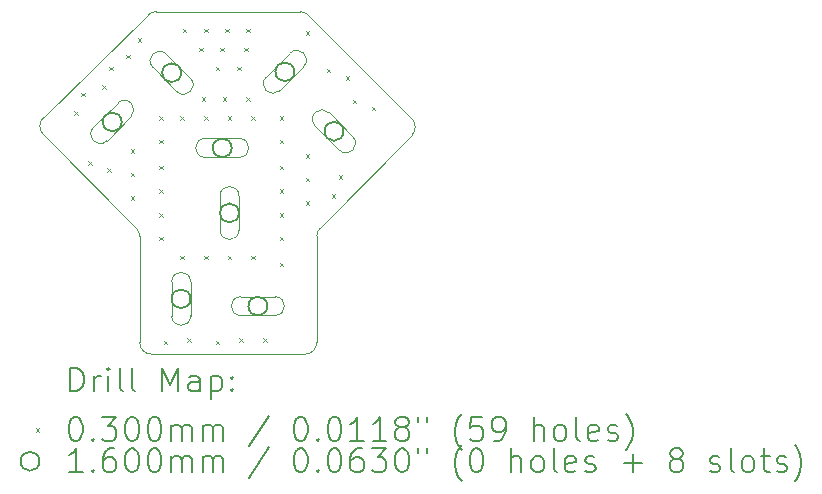
<source format=gbr>
%TF.GenerationSoftware,KiCad,Pcbnew,8.0.7*%
%TF.CreationDate,2025-04-20T00:49:34-04:00*%
%TF.ProjectId,1M_3F,314d5f33-462e-46b6-9963-61645f706362,rev?*%
%TF.SameCoordinates,Original*%
%TF.FileFunction,Drillmap*%
%TF.FilePolarity,Positive*%
%FSLAX45Y45*%
G04 Gerber Fmt 4.5, Leading zero omitted, Abs format (unit mm)*
G04 Created by KiCad (PCBNEW 8.0.7) date 2025-04-20 00:49:34*
%MOMM*%
%LPD*%
G01*
G04 APERTURE LIST*
%ADD10C,0.050000*%
%ADD11C,0.200000*%
%ADD12C,0.100000*%
%ADD13C,0.160000*%
G04 APERTURE END LIST*
D10*
X10800000Y-6160000D02*
G75*
G02*
X10700000Y-6260000I-100000J0D01*
G01*
X9400000Y-6260000D02*
G75*
G02*
X9300000Y-6160000I0J100000D01*
G01*
X10658579Y-3360000D02*
G75*
G02*
X10729288Y-3389291I1J-99990D01*
G01*
X9270909Y-5190745D02*
X8483537Y-4398937D01*
X10828889Y-5190781D02*
X11605091Y-4405708D01*
X9370840Y-3388570D02*
X8484462Y-4256995D01*
X9300000Y-5261257D02*
X9300000Y-6160000D01*
X10700000Y-6260000D02*
X9400000Y-6260000D01*
X8483537Y-4398937D02*
G75*
G02*
X8484467Y-4257000I70923J70507D01*
G01*
X11604690Y-4264690D02*
G75*
G02*
X11605090Y-4405708I-70710J-70710D01*
G01*
X9370840Y-3388570D02*
G75*
G02*
X9440823Y-3360002I69980J-71430D01*
G01*
X9440823Y-3360000D02*
X10658579Y-3360000D01*
X10800000Y-5261089D02*
X10800000Y-6160000D01*
X9270909Y-5190745D02*
G75*
G02*
X9299998Y-5261257I-70899J-70505D01*
G01*
X10800000Y-5261089D02*
G75*
G02*
X10828889Y-5190782I100000J-1D01*
G01*
X10729289Y-3389289D02*
X11604690Y-4264690D01*
D11*
D12*
X8745000Y-4205000D02*
X8775000Y-4235000D01*
X8775000Y-4205000D02*
X8745000Y-4235000D01*
X8805000Y-4045000D02*
X8835000Y-4075000D01*
X8835000Y-4045000D02*
X8805000Y-4075000D01*
X8865000Y-4625000D02*
X8895000Y-4655000D01*
X8895000Y-4625000D02*
X8865000Y-4655000D01*
X8985000Y-3985000D02*
X9015000Y-4015000D01*
X9015000Y-3985000D02*
X8985000Y-4015000D01*
X9025000Y-4685000D02*
X9055000Y-4715000D01*
X9055000Y-4685000D02*
X9025000Y-4715000D01*
X9045000Y-3825000D02*
X9075000Y-3855000D01*
X9075000Y-3825000D02*
X9045000Y-3855000D01*
X9185000Y-3725000D02*
X9215000Y-3755000D01*
X9215000Y-3725000D02*
X9185000Y-3755000D01*
X9225000Y-4525000D02*
X9255000Y-4555000D01*
X9255000Y-4525000D02*
X9225000Y-4555000D01*
X9225000Y-4725000D02*
X9255000Y-4755000D01*
X9255000Y-4725000D02*
X9225000Y-4755000D01*
X9225000Y-4925000D02*
X9255000Y-4955000D01*
X9255000Y-4925000D02*
X9225000Y-4955000D01*
X9285000Y-3585000D02*
X9315000Y-3615000D01*
X9315000Y-3585000D02*
X9285000Y-3615000D01*
X9465000Y-4245000D02*
X9495000Y-4275000D01*
X9495000Y-4245000D02*
X9465000Y-4275000D01*
X9465000Y-4445000D02*
X9495000Y-4475000D01*
X9495000Y-4445000D02*
X9465000Y-4475000D01*
X9465000Y-4665000D02*
X9495000Y-4695000D01*
X9495000Y-4665000D02*
X9465000Y-4695000D01*
X9465000Y-4865000D02*
X9495000Y-4895000D01*
X9495000Y-4865000D02*
X9465000Y-4895000D01*
X9465000Y-5065000D02*
X9495000Y-5095000D01*
X9495000Y-5065000D02*
X9465000Y-5095000D01*
X9465000Y-5265000D02*
X9495000Y-5295000D01*
X9495000Y-5265000D02*
X9465000Y-5295000D01*
X9505000Y-6145000D02*
X9535000Y-6175000D01*
X9535000Y-6145000D02*
X9505000Y-6175000D01*
X9645000Y-4245000D02*
X9675000Y-4275000D01*
X9675000Y-4245000D02*
X9645000Y-4275000D01*
X9645000Y-5425000D02*
X9675000Y-5455000D01*
X9675000Y-5425000D02*
X9645000Y-5455000D01*
X9665000Y-3505000D02*
X9695000Y-3535000D01*
X9695000Y-3505000D02*
X9665000Y-3535000D01*
X9705000Y-6125000D02*
X9735000Y-6155000D01*
X9735000Y-6125000D02*
X9705000Y-6155000D01*
X9805000Y-3665000D02*
X9835000Y-3695000D01*
X9835000Y-3665000D02*
X9805000Y-3695000D01*
X9825000Y-4085000D02*
X9855000Y-4115000D01*
X9855000Y-4085000D02*
X9825000Y-4115000D01*
X9845000Y-3505000D02*
X9875000Y-3535000D01*
X9875000Y-3505000D02*
X9845000Y-3535000D01*
X9845000Y-4245000D02*
X9875000Y-4275000D01*
X9875000Y-4245000D02*
X9845000Y-4275000D01*
X9845000Y-5425000D02*
X9875000Y-5455000D01*
X9875000Y-5425000D02*
X9845000Y-5455000D01*
X9945000Y-3825000D02*
X9975000Y-3855000D01*
X9975000Y-3825000D02*
X9945000Y-3855000D01*
X9945000Y-6145000D02*
X9975000Y-6175000D01*
X9975000Y-6145000D02*
X9945000Y-6175000D01*
X9985000Y-3665000D02*
X10015000Y-3695000D01*
X10015000Y-3665000D02*
X9985000Y-3695000D01*
X10005000Y-4085000D02*
X10035000Y-4115000D01*
X10035000Y-4085000D02*
X10005000Y-4115000D01*
X10025000Y-3505000D02*
X10055000Y-3535000D01*
X10055000Y-3505000D02*
X10025000Y-3535000D01*
X10045000Y-4245000D02*
X10075000Y-4275000D01*
X10075000Y-4245000D02*
X10045000Y-4275000D01*
X10045000Y-5425000D02*
X10075000Y-5455000D01*
X10075000Y-5425000D02*
X10045000Y-5455000D01*
X10125000Y-3825000D02*
X10155000Y-3855000D01*
X10155000Y-3825000D02*
X10125000Y-3855000D01*
X10145000Y-6125000D02*
X10175000Y-6155000D01*
X10175000Y-6125000D02*
X10145000Y-6155000D01*
X10185000Y-3665000D02*
X10215000Y-3695000D01*
X10215000Y-3665000D02*
X10185000Y-3695000D01*
X10205000Y-3505000D02*
X10235000Y-3535000D01*
X10235000Y-3505000D02*
X10205000Y-3535000D01*
X10205000Y-4085000D02*
X10235000Y-4115000D01*
X10235000Y-4085000D02*
X10205000Y-4115000D01*
X10245000Y-4245000D02*
X10275000Y-4275000D01*
X10275000Y-4245000D02*
X10245000Y-4275000D01*
X10245000Y-5425000D02*
X10275000Y-5455000D01*
X10275000Y-5425000D02*
X10245000Y-5455000D01*
X10345000Y-6125000D02*
X10375000Y-6155000D01*
X10375000Y-6125000D02*
X10345000Y-6155000D01*
X10485000Y-4245000D02*
X10515000Y-4275000D01*
X10515000Y-4245000D02*
X10485000Y-4275000D01*
X10485000Y-4445000D02*
X10515000Y-4475000D01*
X10515000Y-4445000D02*
X10485000Y-4475000D01*
X10485000Y-4665000D02*
X10515000Y-4695000D01*
X10515000Y-4665000D02*
X10485000Y-4695000D01*
X10485000Y-4865000D02*
X10515000Y-4895000D01*
X10515000Y-4865000D02*
X10485000Y-4895000D01*
X10485000Y-5065000D02*
X10515000Y-5095000D01*
X10515000Y-5065000D02*
X10485000Y-5095000D01*
X10485000Y-5265000D02*
X10515000Y-5295000D01*
X10515000Y-5265000D02*
X10485000Y-5295000D01*
X10485000Y-5485000D02*
X10515000Y-5515000D01*
X10515000Y-5485000D02*
X10485000Y-5515000D01*
X10705000Y-3525000D02*
X10735000Y-3555000D01*
X10735000Y-3525000D02*
X10705000Y-3555000D01*
X10705000Y-4565000D02*
X10735000Y-4595000D01*
X10735000Y-4565000D02*
X10705000Y-4595000D01*
X10705000Y-4765000D02*
X10735000Y-4795000D01*
X10735000Y-4765000D02*
X10705000Y-4795000D01*
X10705000Y-4965000D02*
X10735000Y-4995000D01*
X10735000Y-4965000D02*
X10705000Y-4995000D01*
X10885000Y-3845000D02*
X10915000Y-3875000D01*
X10915000Y-3845000D02*
X10885000Y-3875000D01*
X10925000Y-4905000D02*
X10955000Y-4935000D01*
X10955000Y-4905000D02*
X10925000Y-4935000D01*
X10985000Y-4745000D02*
X11015000Y-4775000D01*
X11015000Y-4745000D02*
X10985000Y-4775000D01*
X11045000Y-3905000D02*
X11075000Y-3935000D01*
X11075000Y-3905000D02*
X11045000Y-3935000D01*
X11105000Y-4105000D02*
X11135000Y-4135000D01*
X11135000Y-4105000D02*
X11105000Y-4135000D01*
X11265000Y-4165000D02*
X11295000Y-4195000D01*
X11295000Y-4165000D02*
X11265000Y-4195000D01*
D13*
X9148663Y-4293466D02*
G75*
G02*
X8988663Y-4293466I-80000J0D01*
G01*
X8988663Y-4293466D02*
G75*
G02*
X9148663Y-4293466I80000J0D01*
G01*
D12*
X9022701Y-4452565D02*
X9227762Y-4247505D01*
X9114625Y-4134367D02*
G75*
G02*
X9227762Y-4247504I56569J-56569D01*
G01*
X9114625Y-4134367D02*
X8909564Y-4339428D01*
X8909564Y-4339428D02*
G75*
G03*
X9022701Y-4452565I56569J-56569D01*
G01*
D13*
X9651593Y-3877157D02*
G75*
G02*
X9491593Y-3877157I-80000J0D01*
G01*
X9491593Y-3877157D02*
G75*
G02*
X9651593Y-3877157I80000J0D01*
G01*
D12*
X9730692Y-3923119D02*
X9525631Y-3718058D01*
X9412494Y-3831195D02*
G75*
G02*
X9525631Y-3718058I56569J56569D01*
G01*
X9412494Y-3831195D02*
X9617555Y-4036256D01*
X9617555Y-4036256D02*
G75*
G03*
X9730692Y-3923119I56569J56569D01*
G01*
D13*
X9731250Y-5791250D02*
G75*
G02*
X9571250Y-5791250I-80000J0D01*
G01*
X9571250Y-5791250D02*
G75*
G02*
X9731250Y-5791250I80000J0D01*
G01*
D12*
X9571250Y-5646250D02*
X9571250Y-5936250D01*
X9731250Y-5936250D02*
G75*
G02*
X9571250Y-5936250I-80000J0D01*
G01*
X9731250Y-5936250D02*
X9731250Y-5646250D01*
X9731250Y-5646250D02*
G75*
G03*
X9571250Y-5646250I-80000J0D01*
G01*
D13*
X10080000Y-4513750D02*
G75*
G02*
X9920000Y-4513750I-80000J0D01*
G01*
X9920000Y-4513750D02*
G75*
G02*
X10080000Y-4513750I80000J0D01*
G01*
D12*
X10145000Y-4433750D02*
X9855000Y-4433750D01*
X9855000Y-4593750D02*
G75*
G02*
X9855000Y-4433750I0J80000D01*
G01*
X9855000Y-4593750D02*
X10145000Y-4593750D01*
X10145000Y-4593750D02*
G75*
G03*
X10145000Y-4433750I0J80000D01*
G01*
D13*
X10141250Y-5063750D02*
G75*
G02*
X9981250Y-5063750I-80000J0D01*
G01*
X9981250Y-5063750D02*
G75*
G02*
X10141250Y-5063750I80000J0D01*
G01*
D12*
X9981250Y-4918750D02*
X9981250Y-5208750D01*
X10141250Y-5208750D02*
G75*
G02*
X9981250Y-5208750I-80000J0D01*
G01*
X10141250Y-5208750D02*
X10141250Y-4918750D01*
X10141250Y-4918750D02*
G75*
G03*
X9981250Y-4918750I-80000J0D01*
G01*
D13*
X10381250Y-5852500D02*
G75*
G02*
X10221250Y-5852500I-80000J0D01*
G01*
X10221250Y-5852500D02*
G75*
G02*
X10381250Y-5852500I80000J0D01*
G01*
D12*
X10446250Y-5772500D02*
X10156250Y-5772500D01*
X10156250Y-5932500D02*
G75*
G02*
X10156250Y-5772500I0J80000D01*
G01*
X10156250Y-5932500D02*
X10446250Y-5932500D01*
X10446250Y-5932500D02*
G75*
G03*
X10446250Y-5772500I0J80000D01*
G01*
D13*
X10609723Y-3869723D02*
G75*
G02*
X10449723Y-3869723I-80000J0D01*
G01*
X10449723Y-3869723D02*
G75*
G02*
X10609723Y-3869723I80000J0D01*
G01*
D12*
X10575685Y-3710624D02*
X10370624Y-3915685D01*
X10483761Y-4028822D02*
G75*
G02*
X10370624Y-3915685I-56569J56569D01*
G01*
X10483761Y-4028822D02*
X10688822Y-3823761D01*
X10688822Y-3823761D02*
G75*
G03*
X10575685Y-3710624I-56569J56569D01*
G01*
D13*
X11026032Y-4372652D02*
G75*
G02*
X10866032Y-4372652I-80000J0D01*
G01*
X10866032Y-4372652D02*
G75*
G02*
X11026032Y-4372652I80000J0D01*
G01*
D12*
X11105131Y-4418614D02*
X10900070Y-4213553D01*
X10786933Y-4326690D02*
G75*
G02*
X10900070Y-4213553I56569J56569D01*
G01*
X10786933Y-4326691D02*
X10991994Y-4531751D01*
X10991994Y-4531751D02*
G75*
G03*
X11105131Y-4418614I56569J56569D01*
G01*
D11*
X8712730Y-6573984D02*
X8712730Y-6373984D01*
X8712730Y-6373984D02*
X8760349Y-6373984D01*
X8760349Y-6373984D02*
X8788921Y-6383508D01*
X8788921Y-6383508D02*
X8807968Y-6402555D01*
X8807968Y-6402555D02*
X8817492Y-6421603D01*
X8817492Y-6421603D02*
X8827016Y-6459698D01*
X8827016Y-6459698D02*
X8827016Y-6488269D01*
X8827016Y-6488269D02*
X8817492Y-6526365D01*
X8817492Y-6526365D02*
X8807968Y-6545412D01*
X8807968Y-6545412D02*
X8788921Y-6564460D01*
X8788921Y-6564460D02*
X8760349Y-6573984D01*
X8760349Y-6573984D02*
X8712730Y-6573984D01*
X8912730Y-6573984D02*
X8912730Y-6440650D01*
X8912730Y-6478746D02*
X8922254Y-6459698D01*
X8922254Y-6459698D02*
X8931778Y-6450174D01*
X8931778Y-6450174D02*
X8950825Y-6440650D01*
X8950825Y-6440650D02*
X8969873Y-6440650D01*
X9036540Y-6573984D02*
X9036540Y-6440650D01*
X9036540Y-6373984D02*
X9027016Y-6383508D01*
X9027016Y-6383508D02*
X9036540Y-6393031D01*
X9036540Y-6393031D02*
X9046063Y-6383508D01*
X9046063Y-6383508D02*
X9036540Y-6373984D01*
X9036540Y-6373984D02*
X9036540Y-6393031D01*
X9160349Y-6573984D02*
X9141302Y-6564460D01*
X9141302Y-6564460D02*
X9131778Y-6545412D01*
X9131778Y-6545412D02*
X9131778Y-6373984D01*
X9265111Y-6573984D02*
X9246063Y-6564460D01*
X9246063Y-6564460D02*
X9236540Y-6545412D01*
X9236540Y-6545412D02*
X9236540Y-6373984D01*
X9493683Y-6573984D02*
X9493683Y-6373984D01*
X9493683Y-6373984D02*
X9560349Y-6516841D01*
X9560349Y-6516841D02*
X9627016Y-6373984D01*
X9627016Y-6373984D02*
X9627016Y-6573984D01*
X9807968Y-6573984D02*
X9807968Y-6469222D01*
X9807968Y-6469222D02*
X9798444Y-6450174D01*
X9798444Y-6450174D02*
X9779397Y-6440650D01*
X9779397Y-6440650D02*
X9741302Y-6440650D01*
X9741302Y-6440650D02*
X9722254Y-6450174D01*
X9807968Y-6564460D02*
X9788921Y-6573984D01*
X9788921Y-6573984D02*
X9741302Y-6573984D01*
X9741302Y-6573984D02*
X9722254Y-6564460D01*
X9722254Y-6564460D02*
X9712730Y-6545412D01*
X9712730Y-6545412D02*
X9712730Y-6526365D01*
X9712730Y-6526365D02*
X9722254Y-6507317D01*
X9722254Y-6507317D02*
X9741302Y-6497793D01*
X9741302Y-6497793D02*
X9788921Y-6497793D01*
X9788921Y-6497793D02*
X9807968Y-6488269D01*
X9903206Y-6440650D02*
X9903206Y-6640650D01*
X9903206Y-6450174D02*
X9922254Y-6440650D01*
X9922254Y-6440650D02*
X9960349Y-6440650D01*
X9960349Y-6440650D02*
X9979397Y-6450174D01*
X9979397Y-6450174D02*
X9988921Y-6459698D01*
X9988921Y-6459698D02*
X9998444Y-6478746D01*
X9998444Y-6478746D02*
X9998444Y-6535888D01*
X9998444Y-6535888D02*
X9988921Y-6554936D01*
X9988921Y-6554936D02*
X9979397Y-6564460D01*
X9979397Y-6564460D02*
X9960349Y-6573984D01*
X9960349Y-6573984D02*
X9922254Y-6573984D01*
X9922254Y-6573984D02*
X9903206Y-6564460D01*
X10084159Y-6554936D02*
X10093683Y-6564460D01*
X10093683Y-6564460D02*
X10084159Y-6573984D01*
X10084159Y-6573984D02*
X10074635Y-6564460D01*
X10074635Y-6564460D02*
X10084159Y-6554936D01*
X10084159Y-6554936D02*
X10084159Y-6573984D01*
X10084159Y-6450174D02*
X10093683Y-6459698D01*
X10093683Y-6459698D02*
X10084159Y-6469222D01*
X10084159Y-6469222D02*
X10074635Y-6459698D01*
X10074635Y-6459698D02*
X10084159Y-6450174D01*
X10084159Y-6450174D02*
X10084159Y-6469222D01*
D12*
X8421953Y-6887500D02*
X8451953Y-6917500D01*
X8451953Y-6887500D02*
X8421953Y-6917500D01*
D11*
X8750825Y-6793984D02*
X8769873Y-6793984D01*
X8769873Y-6793984D02*
X8788921Y-6803508D01*
X8788921Y-6803508D02*
X8798444Y-6813031D01*
X8798444Y-6813031D02*
X8807968Y-6832079D01*
X8807968Y-6832079D02*
X8817492Y-6870174D01*
X8817492Y-6870174D02*
X8817492Y-6917793D01*
X8817492Y-6917793D02*
X8807968Y-6955888D01*
X8807968Y-6955888D02*
X8798444Y-6974936D01*
X8798444Y-6974936D02*
X8788921Y-6984460D01*
X8788921Y-6984460D02*
X8769873Y-6993984D01*
X8769873Y-6993984D02*
X8750825Y-6993984D01*
X8750825Y-6993984D02*
X8731778Y-6984460D01*
X8731778Y-6984460D02*
X8722254Y-6974936D01*
X8722254Y-6974936D02*
X8712730Y-6955888D01*
X8712730Y-6955888D02*
X8703206Y-6917793D01*
X8703206Y-6917793D02*
X8703206Y-6870174D01*
X8703206Y-6870174D02*
X8712730Y-6832079D01*
X8712730Y-6832079D02*
X8722254Y-6813031D01*
X8722254Y-6813031D02*
X8731778Y-6803508D01*
X8731778Y-6803508D02*
X8750825Y-6793984D01*
X8903206Y-6974936D02*
X8912730Y-6984460D01*
X8912730Y-6984460D02*
X8903206Y-6993984D01*
X8903206Y-6993984D02*
X8893683Y-6984460D01*
X8893683Y-6984460D02*
X8903206Y-6974936D01*
X8903206Y-6974936D02*
X8903206Y-6993984D01*
X8979397Y-6793984D02*
X9103206Y-6793984D01*
X9103206Y-6793984D02*
X9036540Y-6870174D01*
X9036540Y-6870174D02*
X9065111Y-6870174D01*
X9065111Y-6870174D02*
X9084159Y-6879698D01*
X9084159Y-6879698D02*
X9093683Y-6889222D01*
X9093683Y-6889222D02*
X9103206Y-6908269D01*
X9103206Y-6908269D02*
X9103206Y-6955888D01*
X9103206Y-6955888D02*
X9093683Y-6974936D01*
X9093683Y-6974936D02*
X9084159Y-6984460D01*
X9084159Y-6984460D02*
X9065111Y-6993984D01*
X9065111Y-6993984D02*
X9007968Y-6993984D01*
X9007968Y-6993984D02*
X8988921Y-6984460D01*
X8988921Y-6984460D02*
X8979397Y-6974936D01*
X9227016Y-6793984D02*
X9246064Y-6793984D01*
X9246064Y-6793984D02*
X9265111Y-6803508D01*
X9265111Y-6803508D02*
X9274635Y-6813031D01*
X9274635Y-6813031D02*
X9284159Y-6832079D01*
X9284159Y-6832079D02*
X9293683Y-6870174D01*
X9293683Y-6870174D02*
X9293683Y-6917793D01*
X9293683Y-6917793D02*
X9284159Y-6955888D01*
X9284159Y-6955888D02*
X9274635Y-6974936D01*
X9274635Y-6974936D02*
X9265111Y-6984460D01*
X9265111Y-6984460D02*
X9246064Y-6993984D01*
X9246064Y-6993984D02*
X9227016Y-6993984D01*
X9227016Y-6993984D02*
X9207968Y-6984460D01*
X9207968Y-6984460D02*
X9198444Y-6974936D01*
X9198444Y-6974936D02*
X9188921Y-6955888D01*
X9188921Y-6955888D02*
X9179397Y-6917793D01*
X9179397Y-6917793D02*
X9179397Y-6870174D01*
X9179397Y-6870174D02*
X9188921Y-6832079D01*
X9188921Y-6832079D02*
X9198444Y-6813031D01*
X9198444Y-6813031D02*
X9207968Y-6803508D01*
X9207968Y-6803508D02*
X9227016Y-6793984D01*
X9417492Y-6793984D02*
X9436540Y-6793984D01*
X9436540Y-6793984D02*
X9455587Y-6803508D01*
X9455587Y-6803508D02*
X9465111Y-6813031D01*
X9465111Y-6813031D02*
X9474635Y-6832079D01*
X9474635Y-6832079D02*
X9484159Y-6870174D01*
X9484159Y-6870174D02*
X9484159Y-6917793D01*
X9484159Y-6917793D02*
X9474635Y-6955888D01*
X9474635Y-6955888D02*
X9465111Y-6974936D01*
X9465111Y-6974936D02*
X9455587Y-6984460D01*
X9455587Y-6984460D02*
X9436540Y-6993984D01*
X9436540Y-6993984D02*
X9417492Y-6993984D01*
X9417492Y-6993984D02*
X9398444Y-6984460D01*
X9398444Y-6984460D02*
X9388921Y-6974936D01*
X9388921Y-6974936D02*
X9379397Y-6955888D01*
X9379397Y-6955888D02*
X9369873Y-6917793D01*
X9369873Y-6917793D02*
X9369873Y-6870174D01*
X9369873Y-6870174D02*
X9379397Y-6832079D01*
X9379397Y-6832079D02*
X9388921Y-6813031D01*
X9388921Y-6813031D02*
X9398444Y-6803508D01*
X9398444Y-6803508D02*
X9417492Y-6793984D01*
X9569873Y-6993984D02*
X9569873Y-6860650D01*
X9569873Y-6879698D02*
X9579397Y-6870174D01*
X9579397Y-6870174D02*
X9598444Y-6860650D01*
X9598444Y-6860650D02*
X9627016Y-6860650D01*
X9627016Y-6860650D02*
X9646064Y-6870174D01*
X9646064Y-6870174D02*
X9655587Y-6889222D01*
X9655587Y-6889222D02*
X9655587Y-6993984D01*
X9655587Y-6889222D02*
X9665111Y-6870174D01*
X9665111Y-6870174D02*
X9684159Y-6860650D01*
X9684159Y-6860650D02*
X9712730Y-6860650D01*
X9712730Y-6860650D02*
X9731778Y-6870174D01*
X9731778Y-6870174D02*
X9741302Y-6889222D01*
X9741302Y-6889222D02*
X9741302Y-6993984D01*
X9836540Y-6993984D02*
X9836540Y-6860650D01*
X9836540Y-6879698D02*
X9846064Y-6870174D01*
X9846064Y-6870174D02*
X9865111Y-6860650D01*
X9865111Y-6860650D02*
X9893683Y-6860650D01*
X9893683Y-6860650D02*
X9912730Y-6870174D01*
X9912730Y-6870174D02*
X9922254Y-6889222D01*
X9922254Y-6889222D02*
X9922254Y-6993984D01*
X9922254Y-6889222D02*
X9931778Y-6870174D01*
X9931778Y-6870174D02*
X9950825Y-6860650D01*
X9950825Y-6860650D02*
X9979397Y-6860650D01*
X9979397Y-6860650D02*
X9998445Y-6870174D01*
X9998445Y-6870174D02*
X10007968Y-6889222D01*
X10007968Y-6889222D02*
X10007968Y-6993984D01*
X10398445Y-6784460D02*
X10227016Y-7041603D01*
X10655587Y-6793984D02*
X10674635Y-6793984D01*
X10674635Y-6793984D02*
X10693683Y-6803508D01*
X10693683Y-6803508D02*
X10703207Y-6813031D01*
X10703207Y-6813031D02*
X10712730Y-6832079D01*
X10712730Y-6832079D02*
X10722254Y-6870174D01*
X10722254Y-6870174D02*
X10722254Y-6917793D01*
X10722254Y-6917793D02*
X10712730Y-6955888D01*
X10712730Y-6955888D02*
X10703207Y-6974936D01*
X10703207Y-6974936D02*
X10693683Y-6984460D01*
X10693683Y-6984460D02*
X10674635Y-6993984D01*
X10674635Y-6993984D02*
X10655587Y-6993984D01*
X10655587Y-6993984D02*
X10636540Y-6984460D01*
X10636540Y-6984460D02*
X10627016Y-6974936D01*
X10627016Y-6974936D02*
X10617492Y-6955888D01*
X10617492Y-6955888D02*
X10607968Y-6917793D01*
X10607968Y-6917793D02*
X10607968Y-6870174D01*
X10607968Y-6870174D02*
X10617492Y-6832079D01*
X10617492Y-6832079D02*
X10627016Y-6813031D01*
X10627016Y-6813031D02*
X10636540Y-6803508D01*
X10636540Y-6803508D02*
X10655587Y-6793984D01*
X10807968Y-6974936D02*
X10817492Y-6984460D01*
X10817492Y-6984460D02*
X10807968Y-6993984D01*
X10807968Y-6993984D02*
X10798445Y-6984460D01*
X10798445Y-6984460D02*
X10807968Y-6974936D01*
X10807968Y-6974936D02*
X10807968Y-6993984D01*
X10941302Y-6793984D02*
X10960349Y-6793984D01*
X10960349Y-6793984D02*
X10979397Y-6803508D01*
X10979397Y-6803508D02*
X10988921Y-6813031D01*
X10988921Y-6813031D02*
X10998445Y-6832079D01*
X10998445Y-6832079D02*
X11007968Y-6870174D01*
X11007968Y-6870174D02*
X11007968Y-6917793D01*
X11007968Y-6917793D02*
X10998445Y-6955888D01*
X10998445Y-6955888D02*
X10988921Y-6974936D01*
X10988921Y-6974936D02*
X10979397Y-6984460D01*
X10979397Y-6984460D02*
X10960349Y-6993984D01*
X10960349Y-6993984D02*
X10941302Y-6993984D01*
X10941302Y-6993984D02*
X10922254Y-6984460D01*
X10922254Y-6984460D02*
X10912730Y-6974936D01*
X10912730Y-6974936D02*
X10903207Y-6955888D01*
X10903207Y-6955888D02*
X10893683Y-6917793D01*
X10893683Y-6917793D02*
X10893683Y-6870174D01*
X10893683Y-6870174D02*
X10903207Y-6832079D01*
X10903207Y-6832079D02*
X10912730Y-6813031D01*
X10912730Y-6813031D02*
X10922254Y-6803508D01*
X10922254Y-6803508D02*
X10941302Y-6793984D01*
X11198445Y-6993984D02*
X11084159Y-6993984D01*
X11141302Y-6993984D02*
X11141302Y-6793984D01*
X11141302Y-6793984D02*
X11122254Y-6822555D01*
X11122254Y-6822555D02*
X11103207Y-6841603D01*
X11103207Y-6841603D02*
X11084159Y-6851127D01*
X11388921Y-6993984D02*
X11274635Y-6993984D01*
X11331778Y-6993984D02*
X11331778Y-6793984D01*
X11331778Y-6793984D02*
X11312730Y-6822555D01*
X11312730Y-6822555D02*
X11293683Y-6841603D01*
X11293683Y-6841603D02*
X11274635Y-6851127D01*
X11503206Y-6879698D02*
X11484159Y-6870174D01*
X11484159Y-6870174D02*
X11474635Y-6860650D01*
X11474635Y-6860650D02*
X11465111Y-6841603D01*
X11465111Y-6841603D02*
X11465111Y-6832079D01*
X11465111Y-6832079D02*
X11474635Y-6813031D01*
X11474635Y-6813031D02*
X11484159Y-6803508D01*
X11484159Y-6803508D02*
X11503206Y-6793984D01*
X11503206Y-6793984D02*
X11541302Y-6793984D01*
X11541302Y-6793984D02*
X11560349Y-6803508D01*
X11560349Y-6803508D02*
X11569873Y-6813031D01*
X11569873Y-6813031D02*
X11579397Y-6832079D01*
X11579397Y-6832079D02*
X11579397Y-6841603D01*
X11579397Y-6841603D02*
X11569873Y-6860650D01*
X11569873Y-6860650D02*
X11560349Y-6870174D01*
X11560349Y-6870174D02*
X11541302Y-6879698D01*
X11541302Y-6879698D02*
X11503206Y-6879698D01*
X11503206Y-6879698D02*
X11484159Y-6889222D01*
X11484159Y-6889222D02*
X11474635Y-6898746D01*
X11474635Y-6898746D02*
X11465111Y-6917793D01*
X11465111Y-6917793D02*
X11465111Y-6955888D01*
X11465111Y-6955888D02*
X11474635Y-6974936D01*
X11474635Y-6974936D02*
X11484159Y-6984460D01*
X11484159Y-6984460D02*
X11503206Y-6993984D01*
X11503206Y-6993984D02*
X11541302Y-6993984D01*
X11541302Y-6993984D02*
X11560349Y-6984460D01*
X11560349Y-6984460D02*
X11569873Y-6974936D01*
X11569873Y-6974936D02*
X11579397Y-6955888D01*
X11579397Y-6955888D02*
X11579397Y-6917793D01*
X11579397Y-6917793D02*
X11569873Y-6898746D01*
X11569873Y-6898746D02*
X11560349Y-6889222D01*
X11560349Y-6889222D02*
X11541302Y-6879698D01*
X11655587Y-6793984D02*
X11655587Y-6832079D01*
X11731778Y-6793984D02*
X11731778Y-6832079D01*
X12027016Y-7070174D02*
X12017492Y-7060650D01*
X12017492Y-7060650D02*
X11998445Y-7032079D01*
X11998445Y-7032079D02*
X11988921Y-7013031D01*
X11988921Y-7013031D02*
X11979397Y-6984460D01*
X11979397Y-6984460D02*
X11969873Y-6936841D01*
X11969873Y-6936841D02*
X11969873Y-6898746D01*
X11969873Y-6898746D02*
X11979397Y-6851127D01*
X11979397Y-6851127D02*
X11988921Y-6822555D01*
X11988921Y-6822555D02*
X11998445Y-6803508D01*
X11998445Y-6803508D02*
X12017492Y-6774936D01*
X12017492Y-6774936D02*
X12027016Y-6765412D01*
X12198445Y-6793984D02*
X12103207Y-6793984D01*
X12103207Y-6793984D02*
X12093683Y-6889222D01*
X12093683Y-6889222D02*
X12103207Y-6879698D01*
X12103207Y-6879698D02*
X12122254Y-6870174D01*
X12122254Y-6870174D02*
X12169873Y-6870174D01*
X12169873Y-6870174D02*
X12188921Y-6879698D01*
X12188921Y-6879698D02*
X12198445Y-6889222D01*
X12198445Y-6889222D02*
X12207968Y-6908269D01*
X12207968Y-6908269D02*
X12207968Y-6955888D01*
X12207968Y-6955888D02*
X12198445Y-6974936D01*
X12198445Y-6974936D02*
X12188921Y-6984460D01*
X12188921Y-6984460D02*
X12169873Y-6993984D01*
X12169873Y-6993984D02*
X12122254Y-6993984D01*
X12122254Y-6993984D02*
X12103207Y-6984460D01*
X12103207Y-6984460D02*
X12093683Y-6974936D01*
X12303207Y-6993984D02*
X12341302Y-6993984D01*
X12341302Y-6993984D02*
X12360349Y-6984460D01*
X12360349Y-6984460D02*
X12369873Y-6974936D01*
X12369873Y-6974936D02*
X12388921Y-6946365D01*
X12388921Y-6946365D02*
X12398445Y-6908269D01*
X12398445Y-6908269D02*
X12398445Y-6832079D01*
X12398445Y-6832079D02*
X12388921Y-6813031D01*
X12388921Y-6813031D02*
X12379397Y-6803508D01*
X12379397Y-6803508D02*
X12360349Y-6793984D01*
X12360349Y-6793984D02*
X12322254Y-6793984D01*
X12322254Y-6793984D02*
X12303207Y-6803508D01*
X12303207Y-6803508D02*
X12293683Y-6813031D01*
X12293683Y-6813031D02*
X12284159Y-6832079D01*
X12284159Y-6832079D02*
X12284159Y-6879698D01*
X12284159Y-6879698D02*
X12293683Y-6898746D01*
X12293683Y-6898746D02*
X12303207Y-6908269D01*
X12303207Y-6908269D02*
X12322254Y-6917793D01*
X12322254Y-6917793D02*
X12360349Y-6917793D01*
X12360349Y-6917793D02*
X12379397Y-6908269D01*
X12379397Y-6908269D02*
X12388921Y-6898746D01*
X12388921Y-6898746D02*
X12398445Y-6879698D01*
X12636540Y-6993984D02*
X12636540Y-6793984D01*
X12722254Y-6993984D02*
X12722254Y-6889222D01*
X12722254Y-6889222D02*
X12712730Y-6870174D01*
X12712730Y-6870174D02*
X12693683Y-6860650D01*
X12693683Y-6860650D02*
X12665111Y-6860650D01*
X12665111Y-6860650D02*
X12646064Y-6870174D01*
X12646064Y-6870174D02*
X12636540Y-6879698D01*
X12846064Y-6993984D02*
X12827016Y-6984460D01*
X12827016Y-6984460D02*
X12817492Y-6974936D01*
X12817492Y-6974936D02*
X12807969Y-6955888D01*
X12807969Y-6955888D02*
X12807969Y-6898746D01*
X12807969Y-6898746D02*
X12817492Y-6879698D01*
X12817492Y-6879698D02*
X12827016Y-6870174D01*
X12827016Y-6870174D02*
X12846064Y-6860650D01*
X12846064Y-6860650D02*
X12874635Y-6860650D01*
X12874635Y-6860650D02*
X12893683Y-6870174D01*
X12893683Y-6870174D02*
X12903207Y-6879698D01*
X12903207Y-6879698D02*
X12912730Y-6898746D01*
X12912730Y-6898746D02*
X12912730Y-6955888D01*
X12912730Y-6955888D02*
X12903207Y-6974936D01*
X12903207Y-6974936D02*
X12893683Y-6984460D01*
X12893683Y-6984460D02*
X12874635Y-6993984D01*
X12874635Y-6993984D02*
X12846064Y-6993984D01*
X13027016Y-6993984D02*
X13007969Y-6984460D01*
X13007969Y-6984460D02*
X12998445Y-6965412D01*
X12998445Y-6965412D02*
X12998445Y-6793984D01*
X13179397Y-6984460D02*
X13160350Y-6993984D01*
X13160350Y-6993984D02*
X13122254Y-6993984D01*
X13122254Y-6993984D02*
X13103207Y-6984460D01*
X13103207Y-6984460D02*
X13093683Y-6965412D01*
X13093683Y-6965412D02*
X13093683Y-6889222D01*
X13093683Y-6889222D02*
X13103207Y-6870174D01*
X13103207Y-6870174D02*
X13122254Y-6860650D01*
X13122254Y-6860650D02*
X13160350Y-6860650D01*
X13160350Y-6860650D02*
X13179397Y-6870174D01*
X13179397Y-6870174D02*
X13188921Y-6889222D01*
X13188921Y-6889222D02*
X13188921Y-6908269D01*
X13188921Y-6908269D02*
X13093683Y-6927317D01*
X13265111Y-6984460D02*
X13284159Y-6993984D01*
X13284159Y-6993984D02*
X13322254Y-6993984D01*
X13322254Y-6993984D02*
X13341302Y-6984460D01*
X13341302Y-6984460D02*
X13350826Y-6965412D01*
X13350826Y-6965412D02*
X13350826Y-6955888D01*
X13350826Y-6955888D02*
X13341302Y-6936841D01*
X13341302Y-6936841D02*
X13322254Y-6927317D01*
X13322254Y-6927317D02*
X13293683Y-6927317D01*
X13293683Y-6927317D02*
X13274635Y-6917793D01*
X13274635Y-6917793D02*
X13265111Y-6898746D01*
X13265111Y-6898746D02*
X13265111Y-6889222D01*
X13265111Y-6889222D02*
X13274635Y-6870174D01*
X13274635Y-6870174D02*
X13293683Y-6860650D01*
X13293683Y-6860650D02*
X13322254Y-6860650D01*
X13322254Y-6860650D02*
X13341302Y-6870174D01*
X13417492Y-7070174D02*
X13427016Y-7060650D01*
X13427016Y-7060650D02*
X13446064Y-7032079D01*
X13446064Y-7032079D02*
X13455588Y-7013031D01*
X13455588Y-7013031D02*
X13465111Y-6984460D01*
X13465111Y-6984460D02*
X13474635Y-6936841D01*
X13474635Y-6936841D02*
X13474635Y-6898746D01*
X13474635Y-6898746D02*
X13465111Y-6851127D01*
X13465111Y-6851127D02*
X13455588Y-6822555D01*
X13455588Y-6822555D02*
X13446064Y-6803508D01*
X13446064Y-6803508D02*
X13427016Y-6774936D01*
X13427016Y-6774936D02*
X13417492Y-6765412D01*
D13*
X8451953Y-7166500D02*
G75*
G02*
X8291953Y-7166500I-80000J0D01*
G01*
X8291953Y-7166500D02*
G75*
G02*
X8451953Y-7166500I80000J0D01*
G01*
D11*
X8817492Y-7257984D02*
X8703206Y-7257984D01*
X8760349Y-7257984D02*
X8760349Y-7057984D01*
X8760349Y-7057984D02*
X8741302Y-7086555D01*
X8741302Y-7086555D02*
X8722254Y-7105603D01*
X8722254Y-7105603D02*
X8703206Y-7115127D01*
X8903206Y-7238936D02*
X8912730Y-7248460D01*
X8912730Y-7248460D02*
X8903206Y-7257984D01*
X8903206Y-7257984D02*
X8893683Y-7248460D01*
X8893683Y-7248460D02*
X8903206Y-7238936D01*
X8903206Y-7238936D02*
X8903206Y-7257984D01*
X9084159Y-7057984D02*
X9046063Y-7057984D01*
X9046063Y-7057984D02*
X9027016Y-7067508D01*
X9027016Y-7067508D02*
X9017492Y-7077031D01*
X9017492Y-7077031D02*
X8998444Y-7105603D01*
X8998444Y-7105603D02*
X8988921Y-7143698D01*
X8988921Y-7143698D02*
X8988921Y-7219888D01*
X8988921Y-7219888D02*
X8998444Y-7238936D01*
X8998444Y-7238936D02*
X9007968Y-7248460D01*
X9007968Y-7248460D02*
X9027016Y-7257984D01*
X9027016Y-7257984D02*
X9065111Y-7257984D01*
X9065111Y-7257984D02*
X9084159Y-7248460D01*
X9084159Y-7248460D02*
X9093683Y-7238936D01*
X9093683Y-7238936D02*
X9103206Y-7219888D01*
X9103206Y-7219888D02*
X9103206Y-7172269D01*
X9103206Y-7172269D02*
X9093683Y-7153222D01*
X9093683Y-7153222D02*
X9084159Y-7143698D01*
X9084159Y-7143698D02*
X9065111Y-7134174D01*
X9065111Y-7134174D02*
X9027016Y-7134174D01*
X9027016Y-7134174D02*
X9007968Y-7143698D01*
X9007968Y-7143698D02*
X8998444Y-7153222D01*
X8998444Y-7153222D02*
X8988921Y-7172269D01*
X9227016Y-7057984D02*
X9246064Y-7057984D01*
X9246064Y-7057984D02*
X9265111Y-7067508D01*
X9265111Y-7067508D02*
X9274635Y-7077031D01*
X9274635Y-7077031D02*
X9284159Y-7096079D01*
X9284159Y-7096079D02*
X9293683Y-7134174D01*
X9293683Y-7134174D02*
X9293683Y-7181793D01*
X9293683Y-7181793D02*
X9284159Y-7219888D01*
X9284159Y-7219888D02*
X9274635Y-7238936D01*
X9274635Y-7238936D02*
X9265111Y-7248460D01*
X9265111Y-7248460D02*
X9246064Y-7257984D01*
X9246064Y-7257984D02*
X9227016Y-7257984D01*
X9227016Y-7257984D02*
X9207968Y-7248460D01*
X9207968Y-7248460D02*
X9198444Y-7238936D01*
X9198444Y-7238936D02*
X9188921Y-7219888D01*
X9188921Y-7219888D02*
X9179397Y-7181793D01*
X9179397Y-7181793D02*
X9179397Y-7134174D01*
X9179397Y-7134174D02*
X9188921Y-7096079D01*
X9188921Y-7096079D02*
X9198444Y-7077031D01*
X9198444Y-7077031D02*
X9207968Y-7067508D01*
X9207968Y-7067508D02*
X9227016Y-7057984D01*
X9417492Y-7057984D02*
X9436540Y-7057984D01*
X9436540Y-7057984D02*
X9455587Y-7067508D01*
X9455587Y-7067508D02*
X9465111Y-7077031D01*
X9465111Y-7077031D02*
X9474635Y-7096079D01*
X9474635Y-7096079D02*
X9484159Y-7134174D01*
X9484159Y-7134174D02*
X9484159Y-7181793D01*
X9484159Y-7181793D02*
X9474635Y-7219888D01*
X9474635Y-7219888D02*
X9465111Y-7238936D01*
X9465111Y-7238936D02*
X9455587Y-7248460D01*
X9455587Y-7248460D02*
X9436540Y-7257984D01*
X9436540Y-7257984D02*
X9417492Y-7257984D01*
X9417492Y-7257984D02*
X9398444Y-7248460D01*
X9398444Y-7248460D02*
X9388921Y-7238936D01*
X9388921Y-7238936D02*
X9379397Y-7219888D01*
X9379397Y-7219888D02*
X9369873Y-7181793D01*
X9369873Y-7181793D02*
X9369873Y-7134174D01*
X9369873Y-7134174D02*
X9379397Y-7096079D01*
X9379397Y-7096079D02*
X9388921Y-7077031D01*
X9388921Y-7077031D02*
X9398444Y-7067508D01*
X9398444Y-7067508D02*
X9417492Y-7057984D01*
X9569873Y-7257984D02*
X9569873Y-7124650D01*
X9569873Y-7143698D02*
X9579397Y-7134174D01*
X9579397Y-7134174D02*
X9598444Y-7124650D01*
X9598444Y-7124650D02*
X9627016Y-7124650D01*
X9627016Y-7124650D02*
X9646064Y-7134174D01*
X9646064Y-7134174D02*
X9655587Y-7153222D01*
X9655587Y-7153222D02*
X9655587Y-7257984D01*
X9655587Y-7153222D02*
X9665111Y-7134174D01*
X9665111Y-7134174D02*
X9684159Y-7124650D01*
X9684159Y-7124650D02*
X9712730Y-7124650D01*
X9712730Y-7124650D02*
X9731778Y-7134174D01*
X9731778Y-7134174D02*
X9741302Y-7153222D01*
X9741302Y-7153222D02*
X9741302Y-7257984D01*
X9836540Y-7257984D02*
X9836540Y-7124650D01*
X9836540Y-7143698D02*
X9846064Y-7134174D01*
X9846064Y-7134174D02*
X9865111Y-7124650D01*
X9865111Y-7124650D02*
X9893683Y-7124650D01*
X9893683Y-7124650D02*
X9912730Y-7134174D01*
X9912730Y-7134174D02*
X9922254Y-7153222D01*
X9922254Y-7153222D02*
X9922254Y-7257984D01*
X9922254Y-7153222D02*
X9931778Y-7134174D01*
X9931778Y-7134174D02*
X9950825Y-7124650D01*
X9950825Y-7124650D02*
X9979397Y-7124650D01*
X9979397Y-7124650D02*
X9998445Y-7134174D01*
X9998445Y-7134174D02*
X10007968Y-7153222D01*
X10007968Y-7153222D02*
X10007968Y-7257984D01*
X10398445Y-7048460D02*
X10227016Y-7305603D01*
X10655587Y-7057984D02*
X10674635Y-7057984D01*
X10674635Y-7057984D02*
X10693683Y-7067508D01*
X10693683Y-7067508D02*
X10703207Y-7077031D01*
X10703207Y-7077031D02*
X10712730Y-7096079D01*
X10712730Y-7096079D02*
X10722254Y-7134174D01*
X10722254Y-7134174D02*
X10722254Y-7181793D01*
X10722254Y-7181793D02*
X10712730Y-7219888D01*
X10712730Y-7219888D02*
X10703207Y-7238936D01*
X10703207Y-7238936D02*
X10693683Y-7248460D01*
X10693683Y-7248460D02*
X10674635Y-7257984D01*
X10674635Y-7257984D02*
X10655587Y-7257984D01*
X10655587Y-7257984D02*
X10636540Y-7248460D01*
X10636540Y-7248460D02*
X10627016Y-7238936D01*
X10627016Y-7238936D02*
X10617492Y-7219888D01*
X10617492Y-7219888D02*
X10607968Y-7181793D01*
X10607968Y-7181793D02*
X10607968Y-7134174D01*
X10607968Y-7134174D02*
X10617492Y-7096079D01*
X10617492Y-7096079D02*
X10627016Y-7077031D01*
X10627016Y-7077031D02*
X10636540Y-7067508D01*
X10636540Y-7067508D02*
X10655587Y-7057984D01*
X10807968Y-7238936D02*
X10817492Y-7248460D01*
X10817492Y-7248460D02*
X10807968Y-7257984D01*
X10807968Y-7257984D02*
X10798445Y-7248460D01*
X10798445Y-7248460D02*
X10807968Y-7238936D01*
X10807968Y-7238936D02*
X10807968Y-7257984D01*
X10941302Y-7057984D02*
X10960349Y-7057984D01*
X10960349Y-7057984D02*
X10979397Y-7067508D01*
X10979397Y-7067508D02*
X10988921Y-7077031D01*
X10988921Y-7077031D02*
X10998445Y-7096079D01*
X10998445Y-7096079D02*
X11007968Y-7134174D01*
X11007968Y-7134174D02*
X11007968Y-7181793D01*
X11007968Y-7181793D02*
X10998445Y-7219888D01*
X10998445Y-7219888D02*
X10988921Y-7238936D01*
X10988921Y-7238936D02*
X10979397Y-7248460D01*
X10979397Y-7248460D02*
X10960349Y-7257984D01*
X10960349Y-7257984D02*
X10941302Y-7257984D01*
X10941302Y-7257984D02*
X10922254Y-7248460D01*
X10922254Y-7248460D02*
X10912730Y-7238936D01*
X10912730Y-7238936D02*
X10903207Y-7219888D01*
X10903207Y-7219888D02*
X10893683Y-7181793D01*
X10893683Y-7181793D02*
X10893683Y-7134174D01*
X10893683Y-7134174D02*
X10903207Y-7096079D01*
X10903207Y-7096079D02*
X10912730Y-7077031D01*
X10912730Y-7077031D02*
X10922254Y-7067508D01*
X10922254Y-7067508D02*
X10941302Y-7057984D01*
X11179397Y-7057984D02*
X11141302Y-7057984D01*
X11141302Y-7057984D02*
X11122254Y-7067508D01*
X11122254Y-7067508D02*
X11112730Y-7077031D01*
X11112730Y-7077031D02*
X11093683Y-7105603D01*
X11093683Y-7105603D02*
X11084159Y-7143698D01*
X11084159Y-7143698D02*
X11084159Y-7219888D01*
X11084159Y-7219888D02*
X11093683Y-7238936D01*
X11093683Y-7238936D02*
X11103207Y-7248460D01*
X11103207Y-7248460D02*
X11122254Y-7257984D01*
X11122254Y-7257984D02*
X11160349Y-7257984D01*
X11160349Y-7257984D02*
X11179397Y-7248460D01*
X11179397Y-7248460D02*
X11188921Y-7238936D01*
X11188921Y-7238936D02*
X11198445Y-7219888D01*
X11198445Y-7219888D02*
X11198445Y-7172269D01*
X11198445Y-7172269D02*
X11188921Y-7153222D01*
X11188921Y-7153222D02*
X11179397Y-7143698D01*
X11179397Y-7143698D02*
X11160349Y-7134174D01*
X11160349Y-7134174D02*
X11122254Y-7134174D01*
X11122254Y-7134174D02*
X11103207Y-7143698D01*
X11103207Y-7143698D02*
X11093683Y-7153222D01*
X11093683Y-7153222D02*
X11084159Y-7172269D01*
X11265111Y-7057984D02*
X11388921Y-7057984D01*
X11388921Y-7057984D02*
X11322254Y-7134174D01*
X11322254Y-7134174D02*
X11350826Y-7134174D01*
X11350826Y-7134174D02*
X11369873Y-7143698D01*
X11369873Y-7143698D02*
X11379397Y-7153222D01*
X11379397Y-7153222D02*
X11388921Y-7172269D01*
X11388921Y-7172269D02*
X11388921Y-7219888D01*
X11388921Y-7219888D02*
X11379397Y-7238936D01*
X11379397Y-7238936D02*
X11369873Y-7248460D01*
X11369873Y-7248460D02*
X11350826Y-7257984D01*
X11350826Y-7257984D02*
X11293683Y-7257984D01*
X11293683Y-7257984D02*
X11274635Y-7248460D01*
X11274635Y-7248460D02*
X11265111Y-7238936D01*
X11512730Y-7057984D02*
X11531778Y-7057984D01*
X11531778Y-7057984D02*
X11550826Y-7067508D01*
X11550826Y-7067508D02*
X11560349Y-7077031D01*
X11560349Y-7077031D02*
X11569873Y-7096079D01*
X11569873Y-7096079D02*
X11579397Y-7134174D01*
X11579397Y-7134174D02*
X11579397Y-7181793D01*
X11579397Y-7181793D02*
X11569873Y-7219888D01*
X11569873Y-7219888D02*
X11560349Y-7238936D01*
X11560349Y-7238936D02*
X11550826Y-7248460D01*
X11550826Y-7248460D02*
X11531778Y-7257984D01*
X11531778Y-7257984D02*
X11512730Y-7257984D01*
X11512730Y-7257984D02*
X11493683Y-7248460D01*
X11493683Y-7248460D02*
X11484159Y-7238936D01*
X11484159Y-7238936D02*
X11474635Y-7219888D01*
X11474635Y-7219888D02*
X11465111Y-7181793D01*
X11465111Y-7181793D02*
X11465111Y-7134174D01*
X11465111Y-7134174D02*
X11474635Y-7096079D01*
X11474635Y-7096079D02*
X11484159Y-7077031D01*
X11484159Y-7077031D02*
X11493683Y-7067508D01*
X11493683Y-7067508D02*
X11512730Y-7057984D01*
X11655587Y-7057984D02*
X11655587Y-7096079D01*
X11731778Y-7057984D02*
X11731778Y-7096079D01*
X12027016Y-7334174D02*
X12017492Y-7324650D01*
X12017492Y-7324650D02*
X11998445Y-7296079D01*
X11998445Y-7296079D02*
X11988921Y-7277031D01*
X11988921Y-7277031D02*
X11979397Y-7248460D01*
X11979397Y-7248460D02*
X11969873Y-7200841D01*
X11969873Y-7200841D02*
X11969873Y-7162746D01*
X11969873Y-7162746D02*
X11979397Y-7115127D01*
X11979397Y-7115127D02*
X11988921Y-7086555D01*
X11988921Y-7086555D02*
X11998445Y-7067508D01*
X11998445Y-7067508D02*
X12017492Y-7038936D01*
X12017492Y-7038936D02*
X12027016Y-7029412D01*
X12141302Y-7057984D02*
X12160349Y-7057984D01*
X12160349Y-7057984D02*
X12179397Y-7067508D01*
X12179397Y-7067508D02*
X12188921Y-7077031D01*
X12188921Y-7077031D02*
X12198445Y-7096079D01*
X12198445Y-7096079D02*
X12207968Y-7134174D01*
X12207968Y-7134174D02*
X12207968Y-7181793D01*
X12207968Y-7181793D02*
X12198445Y-7219888D01*
X12198445Y-7219888D02*
X12188921Y-7238936D01*
X12188921Y-7238936D02*
X12179397Y-7248460D01*
X12179397Y-7248460D02*
X12160349Y-7257984D01*
X12160349Y-7257984D02*
X12141302Y-7257984D01*
X12141302Y-7257984D02*
X12122254Y-7248460D01*
X12122254Y-7248460D02*
X12112730Y-7238936D01*
X12112730Y-7238936D02*
X12103207Y-7219888D01*
X12103207Y-7219888D02*
X12093683Y-7181793D01*
X12093683Y-7181793D02*
X12093683Y-7134174D01*
X12093683Y-7134174D02*
X12103207Y-7096079D01*
X12103207Y-7096079D02*
X12112730Y-7077031D01*
X12112730Y-7077031D02*
X12122254Y-7067508D01*
X12122254Y-7067508D02*
X12141302Y-7057984D01*
X12446064Y-7257984D02*
X12446064Y-7057984D01*
X12531778Y-7257984D02*
X12531778Y-7153222D01*
X12531778Y-7153222D02*
X12522254Y-7134174D01*
X12522254Y-7134174D02*
X12503207Y-7124650D01*
X12503207Y-7124650D02*
X12474635Y-7124650D01*
X12474635Y-7124650D02*
X12455588Y-7134174D01*
X12455588Y-7134174D02*
X12446064Y-7143698D01*
X12655588Y-7257984D02*
X12636540Y-7248460D01*
X12636540Y-7248460D02*
X12627016Y-7238936D01*
X12627016Y-7238936D02*
X12617492Y-7219888D01*
X12617492Y-7219888D02*
X12617492Y-7162746D01*
X12617492Y-7162746D02*
X12627016Y-7143698D01*
X12627016Y-7143698D02*
X12636540Y-7134174D01*
X12636540Y-7134174D02*
X12655588Y-7124650D01*
X12655588Y-7124650D02*
X12684159Y-7124650D01*
X12684159Y-7124650D02*
X12703207Y-7134174D01*
X12703207Y-7134174D02*
X12712730Y-7143698D01*
X12712730Y-7143698D02*
X12722254Y-7162746D01*
X12722254Y-7162746D02*
X12722254Y-7219888D01*
X12722254Y-7219888D02*
X12712730Y-7238936D01*
X12712730Y-7238936D02*
X12703207Y-7248460D01*
X12703207Y-7248460D02*
X12684159Y-7257984D01*
X12684159Y-7257984D02*
X12655588Y-7257984D01*
X12836540Y-7257984D02*
X12817492Y-7248460D01*
X12817492Y-7248460D02*
X12807969Y-7229412D01*
X12807969Y-7229412D02*
X12807969Y-7057984D01*
X12988921Y-7248460D02*
X12969873Y-7257984D01*
X12969873Y-7257984D02*
X12931778Y-7257984D01*
X12931778Y-7257984D02*
X12912730Y-7248460D01*
X12912730Y-7248460D02*
X12903207Y-7229412D01*
X12903207Y-7229412D02*
X12903207Y-7153222D01*
X12903207Y-7153222D02*
X12912730Y-7134174D01*
X12912730Y-7134174D02*
X12931778Y-7124650D01*
X12931778Y-7124650D02*
X12969873Y-7124650D01*
X12969873Y-7124650D02*
X12988921Y-7134174D01*
X12988921Y-7134174D02*
X12998445Y-7153222D01*
X12998445Y-7153222D02*
X12998445Y-7172269D01*
X12998445Y-7172269D02*
X12903207Y-7191317D01*
X13074635Y-7248460D02*
X13093683Y-7257984D01*
X13093683Y-7257984D02*
X13131778Y-7257984D01*
X13131778Y-7257984D02*
X13150826Y-7248460D01*
X13150826Y-7248460D02*
X13160350Y-7229412D01*
X13160350Y-7229412D02*
X13160350Y-7219888D01*
X13160350Y-7219888D02*
X13150826Y-7200841D01*
X13150826Y-7200841D02*
X13131778Y-7191317D01*
X13131778Y-7191317D02*
X13103207Y-7191317D01*
X13103207Y-7191317D02*
X13084159Y-7181793D01*
X13084159Y-7181793D02*
X13074635Y-7162746D01*
X13074635Y-7162746D02*
X13074635Y-7153222D01*
X13074635Y-7153222D02*
X13084159Y-7134174D01*
X13084159Y-7134174D02*
X13103207Y-7124650D01*
X13103207Y-7124650D02*
X13131778Y-7124650D01*
X13131778Y-7124650D02*
X13150826Y-7134174D01*
X13398445Y-7181793D02*
X13550826Y-7181793D01*
X13474635Y-7257984D02*
X13474635Y-7105603D01*
X13827016Y-7143698D02*
X13807969Y-7134174D01*
X13807969Y-7134174D02*
X13798445Y-7124650D01*
X13798445Y-7124650D02*
X13788921Y-7105603D01*
X13788921Y-7105603D02*
X13788921Y-7096079D01*
X13788921Y-7096079D02*
X13798445Y-7077031D01*
X13798445Y-7077031D02*
X13807969Y-7067508D01*
X13807969Y-7067508D02*
X13827016Y-7057984D01*
X13827016Y-7057984D02*
X13865112Y-7057984D01*
X13865112Y-7057984D02*
X13884159Y-7067508D01*
X13884159Y-7067508D02*
X13893683Y-7077031D01*
X13893683Y-7077031D02*
X13903207Y-7096079D01*
X13903207Y-7096079D02*
X13903207Y-7105603D01*
X13903207Y-7105603D02*
X13893683Y-7124650D01*
X13893683Y-7124650D02*
X13884159Y-7134174D01*
X13884159Y-7134174D02*
X13865112Y-7143698D01*
X13865112Y-7143698D02*
X13827016Y-7143698D01*
X13827016Y-7143698D02*
X13807969Y-7153222D01*
X13807969Y-7153222D02*
X13798445Y-7162746D01*
X13798445Y-7162746D02*
X13788921Y-7181793D01*
X13788921Y-7181793D02*
X13788921Y-7219888D01*
X13788921Y-7219888D02*
X13798445Y-7238936D01*
X13798445Y-7238936D02*
X13807969Y-7248460D01*
X13807969Y-7248460D02*
X13827016Y-7257984D01*
X13827016Y-7257984D02*
X13865112Y-7257984D01*
X13865112Y-7257984D02*
X13884159Y-7248460D01*
X13884159Y-7248460D02*
X13893683Y-7238936D01*
X13893683Y-7238936D02*
X13903207Y-7219888D01*
X13903207Y-7219888D02*
X13903207Y-7181793D01*
X13903207Y-7181793D02*
X13893683Y-7162746D01*
X13893683Y-7162746D02*
X13884159Y-7153222D01*
X13884159Y-7153222D02*
X13865112Y-7143698D01*
X14131778Y-7248460D02*
X14150826Y-7257984D01*
X14150826Y-7257984D02*
X14188921Y-7257984D01*
X14188921Y-7257984D02*
X14207969Y-7248460D01*
X14207969Y-7248460D02*
X14217493Y-7229412D01*
X14217493Y-7229412D02*
X14217493Y-7219888D01*
X14217493Y-7219888D02*
X14207969Y-7200841D01*
X14207969Y-7200841D02*
X14188921Y-7191317D01*
X14188921Y-7191317D02*
X14160350Y-7191317D01*
X14160350Y-7191317D02*
X14141302Y-7181793D01*
X14141302Y-7181793D02*
X14131778Y-7162746D01*
X14131778Y-7162746D02*
X14131778Y-7153222D01*
X14131778Y-7153222D02*
X14141302Y-7134174D01*
X14141302Y-7134174D02*
X14160350Y-7124650D01*
X14160350Y-7124650D02*
X14188921Y-7124650D01*
X14188921Y-7124650D02*
X14207969Y-7134174D01*
X14331778Y-7257984D02*
X14312731Y-7248460D01*
X14312731Y-7248460D02*
X14303207Y-7229412D01*
X14303207Y-7229412D02*
X14303207Y-7057984D01*
X14436540Y-7257984D02*
X14417493Y-7248460D01*
X14417493Y-7248460D02*
X14407969Y-7238936D01*
X14407969Y-7238936D02*
X14398445Y-7219888D01*
X14398445Y-7219888D02*
X14398445Y-7162746D01*
X14398445Y-7162746D02*
X14407969Y-7143698D01*
X14407969Y-7143698D02*
X14417493Y-7134174D01*
X14417493Y-7134174D02*
X14436540Y-7124650D01*
X14436540Y-7124650D02*
X14465112Y-7124650D01*
X14465112Y-7124650D02*
X14484159Y-7134174D01*
X14484159Y-7134174D02*
X14493683Y-7143698D01*
X14493683Y-7143698D02*
X14503207Y-7162746D01*
X14503207Y-7162746D02*
X14503207Y-7219888D01*
X14503207Y-7219888D02*
X14493683Y-7238936D01*
X14493683Y-7238936D02*
X14484159Y-7248460D01*
X14484159Y-7248460D02*
X14465112Y-7257984D01*
X14465112Y-7257984D02*
X14436540Y-7257984D01*
X14560350Y-7124650D02*
X14636540Y-7124650D01*
X14588921Y-7057984D02*
X14588921Y-7229412D01*
X14588921Y-7229412D02*
X14598445Y-7248460D01*
X14598445Y-7248460D02*
X14617493Y-7257984D01*
X14617493Y-7257984D02*
X14636540Y-7257984D01*
X14693683Y-7248460D02*
X14712731Y-7257984D01*
X14712731Y-7257984D02*
X14750826Y-7257984D01*
X14750826Y-7257984D02*
X14769874Y-7248460D01*
X14769874Y-7248460D02*
X14779397Y-7229412D01*
X14779397Y-7229412D02*
X14779397Y-7219888D01*
X14779397Y-7219888D02*
X14769874Y-7200841D01*
X14769874Y-7200841D02*
X14750826Y-7191317D01*
X14750826Y-7191317D02*
X14722254Y-7191317D01*
X14722254Y-7191317D02*
X14703207Y-7181793D01*
X14703207Y-7181793D02*
X14693683Y-7162746D01*
X14693683Y-7162746D02*
X14693683Y-7153222D01*
X14693683Y-7153222D02*
X14703207Y-7134174D01*
X14703207Y-7134174D02*
X14722254Y-7124650D01*
X14722254Y-7124650D02*
X14750826Y-7124650D01*
X14750826Y-7124650D02*
X14769874Y-7134174D01*
X14846064Y-7334174D02*
X14855588Y-7324650D01*
X14855588Y-7324650D02*
X14874635Y-7296079D01*
X14874635Y-7296079D02*
X14884159Y-7277031D01*
X14884159Y-7277031D02*
X14893683Y-7248460D01*
X14893683Y-7248460D02*
X14903207Y-7200841D01*
X14903207Y-7200841D02*
X14903207Y-7162746D01*
X14903207Y-7162746D02*
X14893683Y-7115127D01*
X14893683Y-7115127D02*
X14884159Y-7086555D01*
X14884159Y-7086555D02*
X14874635Y-7067508D01*
X14874635Y-7067508D02*
X14855588Y-7038936D01*
X14855588Y-7038936D02*
X14846064Y-7029412D01*
M02*

</source>
